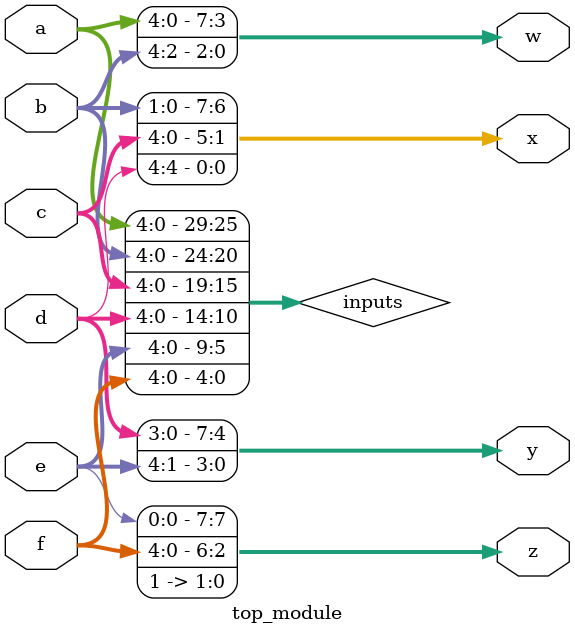
<source format=sv>
module top_module (
	input [4:0] a,
	input [4:0] b,
	input [4:0] c,
	input [4:0] d,
	input [4:0] e,
	input [4:0] f,
	output [7:0] w,
	output [7:0] x,
	output [7:0] y,
	output [7:0] z
);

	// Concatenate the input vectors
	wire [29:0] inputs = {a, b, c, d, e, f};

	// Split the concatenated input into output vectors
	assign {w, x, y, z} = {inputs, 2'b11};

endmodule

</source>
